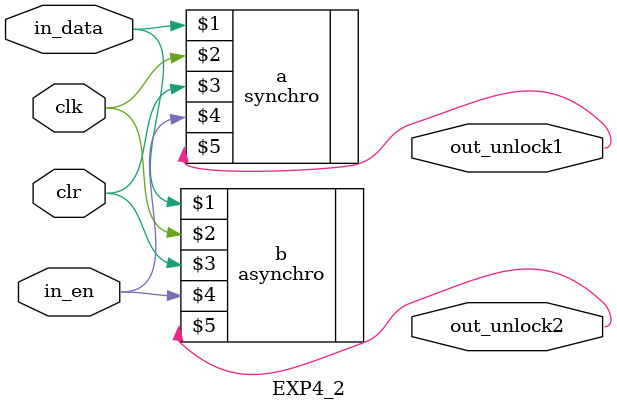
<source format=v>
module EXP4_2(in_data, clk, clr, in_en, out_unlock1, out_unlock2);
    input in_data;
	 input clk;
	 input clr;
	 input in_en;
	 
	 output out_unlock1;
	 output out_unlock2;
	 
    synchro a (in_data, clk, clr, in_en, out_unlock1);
    asynchro b (in_data, clk, clr, in_en, out_unlock2);


endmodule

</source>
